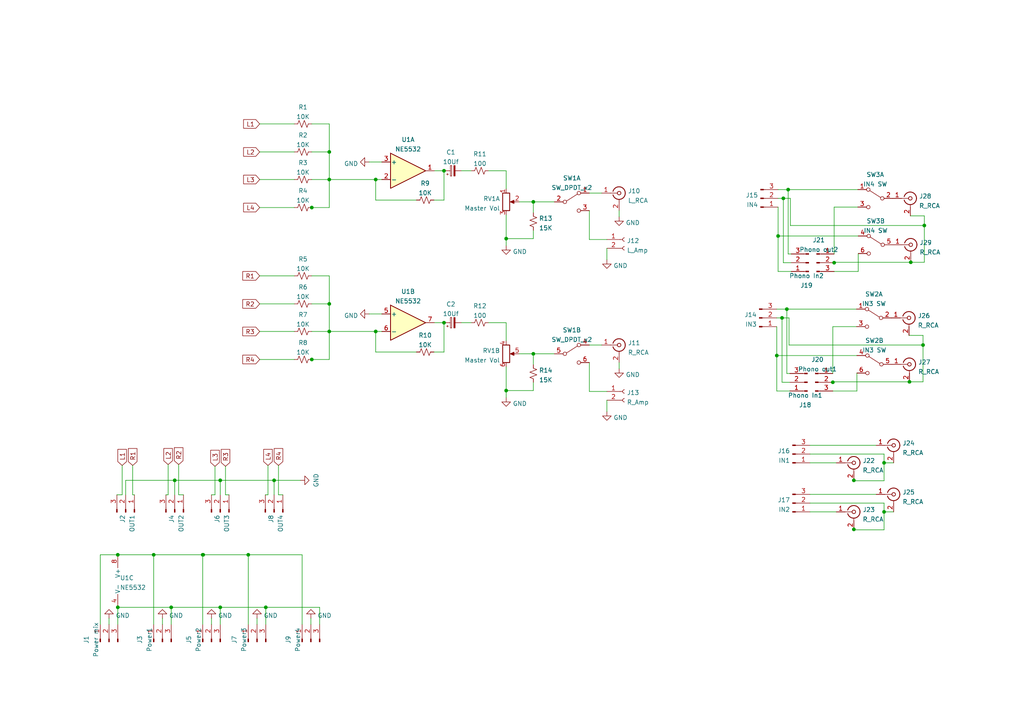
<source format=kicad_sch>
(kicad_sch (version 20211123) (generator eeschema)
  (paper "A4")
  (lib_symbols
    (symbol "Amplifier_Operational:NE5532" (pin_names (offset 0.127))
      (property "Reference" "U" (at 0 5.08 0))
      (property "Value" "NE5532" (at 0 -5.08 0))
      (symbol "NE5532_1_1"
        (polyline (pts (xy -5.08 5.08) (xy 5.08 0) (xy -5.08 -5.08) (xy -5.08 5.08)) (stroke (width 0.254)) (fill (type background)))
        (pin output line (at 7.62 0 180) (length 2.54) (name "~") (number "1"))
        (pin input line (at -7.62 -2.54 0) (length 2.54) (name "-") (number "2"))
        (pin input line (at -7.62 2.54 0) (length 2.54) (name "+") (number "3"))
      )
      (symbol "NE5532_2_1"
        (polyline (pts (xy -5.08 5.08) (xy 5.08 0) (xy -5.08 -5.08) (xy -5.08 5.08)) (stroke (width 0.254)) (fill (type background)))
        (pin input line (at -7.62 2.54 0) (length 2.54) (name "+") (number "5"))
        (pin input line (at -7.62 -2.54 0) (length 2.54) (name "-") (number "6"))
        (pin output line (at 7.62 0 180) (length 2.54) (name "~") (number "7"))
      )
      (symbol "NE5532_3_1"
        (pin power_in line (at -2.54 -7.62 90) (length 3.81) (name "V-") (number "4"))
        (pin power_in line (at -2.54 7.62 270) (length 3.81) (name "V+") (number "8"))
      )
    )
    (symbol "Connector:Conn_01x02_Female" (pin_names (offset 1.016) hide)
      (property "Reference" "J" (at 0 2.54 0))
      (property "Value" "Conn_01x02_Female" (at 0 -5.08 0))
      (symbol "Conn_01x02_Female_1_1"
        (arc (start 0 -2.032) (mid -0.508 -2.54) (end 0 -3.048) (stroke (width 0.1524)))
        (polyline (pts (xy -1.27 -2.54) (xy -0.508 -2.54)) (stroke (width 0.1524)))
        (polyline (pts (xy -1.27 0) (xy -0.508 0)) (stroke (width 0.1524)))
        (arc (start 0 0.508) (mid -0.508 0) (end 0 -0.508) (stroke (width 0.1524)))
        (pin passive line (at -5.08 0 0) (length 3.81) (name "Pin_1") (number "1"))
        (pin passive line (at -5.08 -2.54 0) (length 3.81) (name "Pin_2") (number "2"))
      )
    )
    (symbol "Connector:Conn_01x03_Male" (pin_names (offset 1.016) hide)
      (property "Reference" "J" (at 0 5.08 0))
      (property "Value" "Conn_01x03_Male" (at 0 -5.08 0))
      (symbol "Conn_01x03_Male_1_1"
        (polyline (pts (xy 1.27 -2.54) (xy 0.8636 -2.54)) (stroke (width 0.1524)))
        (polyline (pts (xy 1.27 0) (xy 0.8636 0)) (stroke (width 0.1524)))
        (polyline (pts (xy 1.27 2.54) (xy 0.8636 2.54)) (stroke (width 0.1524)))
        (rectangle (start 0.8636 -2.413) (end 0 -2.667) (stroke (width 0.1524)) (fill (type outline)))
        (rectangle (start 0.8636 0.127) (end 0 -0.127) (stroke (width 0.1524)) (fill (type outline)))
        (rectangle (start 0.8636 2.667) (end 0 2.413) (stroke (width 0.1524)) (fill (type outline)))
        (pin passive line (at 5.08 2.54 180) (length 3.81) (name "Pin_1") (number "1"))
        (pin passive line (at 5.08 0 180) (length 3.81) (name "Pin_2") (number "2"))
        (pin passive line (at 5.08 -2.54 180) (length 3.81) (name "Pin_3") (number "3"))
      )
    )
    (symbol "Connector:Conn_Coaxial" (pin_names (offset 1.016) hide)
      (property "Reference" "J" (at 0.254 3.048 0))
      (property "Value" "Conn_Coaxial" (at 2.921 0 90))
      (symbol "Conn_Coaxial_0_1"
        (arc (start -1.778 -0.508) (mid 0.222 -1.808) (end 1.778 0) (stroke (width 0.254)))
        (polyline (pts (xy -2.54 0) (xy -0.508 0)))
        (polyline (pts (xy 0 -2.54) (xy 0 -1.778)))
        (circle (center 0 0) (radius 0.508) (stroke (width 0.2032)))
        (arc (start 1.778 0) (mid 0.222 1.8083) (end -1.778 0.508) (stroke (width 0.254)))
      )
      (symbol "Conn_Coaxial_1_1"
        (pin passive line (at -5.08 0 0) (length 2.54) (name "In") (number "1"))
        (pin passive line (at 0 -5.08 90) (length 2.54) (name "Ext") (number "2"))
      )
    )
    (symbol "Device:C_Polarized_Small" (pin_numbers hide) (pin_names (offset 0.254) hide)
      (property "Reference" "C" (at 0.254 1.778 0))
      (property "Value" "C_Polarized_Small" (at 0.254 -2.032 0))
      (symbol "C_Polarized_Small_0_1"
        (rectangle (start -1.524 -0.3048) (end 1.524 -0.6858) (fill (type outline)))
        (rectangle (start -1.524 0.6858) (end 1.524 0.3048))
        (polyline (pts (xy -1.27 1.524) (xy -0.762 1.524)))
        (polyline (pts (xy -1.016 1.27) (xy -1.016 1.778)))
      )
      (symbol "C_Polarized_Small_1_1"
        (pin passive line (at 0 2.54 270) (length 1.8542) (name "~") (number "1"))
        (pin passive line (at 0 -2.54 90) (length 1.8542) (name "~") (number "2"))
      )
    )
    (symbol "Device:R_Potentiometer_Dual_Separate" (pin_names (offset 1.016) hide)
      (property "Reference" "RV" (at -4.445 0 90))
      (property "Value" "R_Potentiometer_Dual_Separate" (at -2.54 0 90))
      (symbol "R_Potentiometer_Dual_Separate_0_1"
        (polyline (pts (xy 2.54 0) (xy 1.524 0)))
        (polyline (pts (xy 1.143 0) (xy 2.286 0.508) (xy 2.286 -0.508) (xy 1.143 0)) (fill (type outline)))
        (rectangle (start 1.016 2.54) (end -1.016 -2.54) (stroke (width 0.254)))
      )
      (symbol "R_Potentiometer_Dual_Separate_1_1"
        (pin passive line (at 0 3.81 270) (length 1.27) (name "1") (number "1"))
        (pin passive line (at 3.81 0 180) (length 1.27) (name "2") (number "2"))
        (pin passive line (at 0 -3.81 90) (length 1.27) (name "3") (number "3"))
      )
      (symbol "R_Potentiometer_Dual_Separate_2_1"
        (pin passive line (at 0 3.81 270) (length 1.27) (name "4") (number "4"))
        (pin passive line (at 3.81 0 180) (length 1.27) (name "5") (number "5"))
        (pin passive line (at 0 -3.81 90) (length 1.27) (name "6") (number "6"))
      )
    )
    (symbol "Device:R_Small_US" (pin_numbers hide) (pin_names (offset 0.254) hide)
      (property "Reference" "R" (at 0.762 0.508 0))
      (property "Value" "R_Small_US" (at 0.762 -1.016 0))
      (symbol "R_Small_US_1_1"
        (polyline (pts (xy 0 0) (xy 1.016 -0.381) (xy 0 -0.762) (xy -1.016 -1.143) (xy 0 -1.524)))
        (polyline (pts (xy 0 1.524) (xy 1.016 1.143) (xy 0 0.762) (xy -1.016 0.381) (xy 0 0)))
        (pin passive line (at 0 2.54 270) (length 1.016) (name "~") (number "1"))
        (pin passive line (at 0 -2.54 90) (length 1.016) (name "~") (number "2"))
      )
    )
    (symbol "Switch:SW_DPDT_x2" (pin_names (offset 0) hide)
      (property "Reference" "SW" (at 0 4.318 0))
      (property "Value" "SW_DPDT_x2" (at 0 -5.08 0))
      (symbol "SW_DPDT_x2_0_0"
        (circle (center -2.032 0) (radius 0.508))
        (circle (center 2.032 -2.54) (radius 0.508))
      )
      (symbol "SW_DPDT_x2_0_1"
        (polyline (pts (xy -1.524 0.254) (xy 1.651 2.286)))
        (circle (center 2.032 2.54) (radius 0.508))
      )
      (symbol "SW_DPDT_x2_1_1"
        (pin passive line (at 5.08 2.54 180) (length 2.54) (name "A") (number "1"))
        (pin passive line (at -5.08 0 0) (length 2.54) (name "B") (number "2"))
        (pin passive line (at 5.08 -2.54 180) (length 2.54) (name "C") (number "3"))
      )
      (symbol "SW_DPDT_x2_2_1"
        (pin passive line (at 5.08 2.54 180) (length 2.54) (name "A") (number "4"))
        (pin passive line (at -5.08 0 0) (length 2.54) (name "B") (number "5"))
        (pin passive line (at 5.08 -2.54 180) (length 2.54) (name "C") (number "6"))
      )
    )
    (symbol "power:GND" (power) (pin_names (offset 0))
      (property "Value" "GND" (at 0 -3.81 0))
      (symbol "GND_0_1"
        (polyline (pts (xy 0 0) (xy 0 -1.27) (xy 1.27 -1.27) (xy 0 -2.54) (xy -1.27 -1.27) (xy 0 -1.27)))
      )
      (symbol "GND_1_1"
        (pin power_in line (at 0 0 270) (length 0) hide (name "GND") (number "1"))
      )
    )
  )
  (junction (at 225.298 103.124))
  (junction (at 63.881 176.149))
  (junction (at 58.801 160.909))
  (junction (at 108.966 52.07))
  (junction (at 90.424 60.198))
  (junction (at 154.686 102.616))
  (junction (at 95.504 52.07))
  (junction (at 63.881 139.319))
  (junction (at 79.502 139.319))
  (junction (at 241.935 76.2))
  (junction (at 72.009 160.909))
  (junction (at 247.65 139.319))
  (junction (at 247.65 153.543))
  (junction (at 58.928 160.909))
  (junction (at 95.504 44.069))
  (junction (at 50.673 139.319))
  (junction (at 95.504 88.138))
  (junction (at 128.778 93.599))
  (junction (at 49.657 176.149))
  (junction (at 226.822 92.202))
  (junction (at 146.812 113.284))
  (junction (at 34.163 160.909))
  (junction (at 267.716 100.076))
  (junction (at 34.163 176.149))
  (junction (at 128.778 49.53))
  (junction (at 268.097 65.405))
  (junction (at 44.577 160.909))
  (junction (at 263.779 110.744))
  (junction (at 228.219 89.662))
  (junction (at 77.089 176.149))
  (junction (at 108.966 96.139))
  (junction (at 264.16 76.073))
  (junction (at 228.6 54.991))
  (junction (at 256.413 148.463))
  (junction (at 225.679 68.453))
  (junction (at 227.203 57.531))
  (junction (at 90.424 104.267))
  (junction (at 241.554 110.871))
  (junction (at 154.686 58.547))
  (junction (at 146.812 69.215))
  (junction (at 256.413 134.239))
  (junction (at 95.504 96.139))
  (wire (pts (xy 90.424 60.198) (xy 95.504 60.198)))
  (wire (pts (xy 90.297 104.267) (xy 90.424 104.267)))
  (wire (pts (xy 176.022 72.009) (xy 176.022 75.311)))
  (wire (pts (xy 228.6 54.991) (xy 248.793 54.991)))
  (wire (pts (xy 35.433 135.001) (xy 35.433 143.51)))
  (wire (pts (xy 146.812 69.215) (xy 146.812 71.247)))
  (wire (pts (xy 95.504 80.01) (xy 95.504 88.138)))
  (wire (pts (xy 154.686 102.616) (xy 154.686 105.791)))
  (wire (pts (xy 256.413 153.67) (xy 247.65 153.67)))
  (wire (pts (xy 228.854 100.076) (xy 228.854 92.202)))
  (wire (pts (xy 263.779 110.744) (xy 241.554 110.744)))
  (wire (pts (xy 154.686 58.547) (xy 160.782 58.547)))
  (wire (pts (xy 241.554 110.744) (xy 241.554 110.871)))
  (wire (pts (xy 72.009 181.102) (xy 72.009 160.909)))
  (wire (pts (xy 90.17 179.324) (xy 90.17 181.102)))
  (wire (pts (xy 234.95 143.383) (xy 254.127 143.383)))
  (wire (pts (xy 108.966 58.039) (xy 108.966 52.07)))
  (wire (pts (xy 34.163 176.149) (xy 34.163 181.102)))
  (wire (pts (xy 90.424 35.941) (xy 95.504 35.941)))
  (wire (pts (xy 31.623 179.324) (xy 31.623 181.102)))
  (wire (pts (xy 75.311 88.138) (xy 85.344 88.138)))
  (wire (pts (xy 125.857 58.039) (xy 128.778 58.039)))
  (wire (pts (xy 29.083 160.909) (xy 34.163 160.909)))
  (wire (pts (xy 234.95 148.463) (xy 242.57 148.463)))
  (wire (pts (xy 150.622 102.616) (xy 154.686 102.616)))
  (wire (pts (xy 95.504 35.941) (xy 95.504 44.069)))
  (wire (pts (xy 62.357 135.255) (xy 62.357 143.51)))
  (wire (pts (xy 264.16 76.073) (xy 241.935 76.073)))
  (wire (pts (xy 58.801 160.909) (xy 44.577 160.909)))
  (wire (pts (xy 256.413 145.923) (xy 256.413 148.463)))
  (wire (pts (xy 75.311 60.198) (xy 85.344 60.198)))
  (wire (pts (xy 268.097 76.073) (xy 264.16 76.073)))
  (wire (pts (xy 90.424 44.069) (xy 95.504 44.069)))
  (wire (pts (xy 229.235 65.405) (xy 229.235 57.531)))
  (wire (pts (xy 87.63 181.102) (xy 87.63 160.909)))
  (wire (pts (xy 95.504 44.069) (xy 95.504 52.07)))
  (wire (pts (xy 247.65 139.446) (xy 247.65 139.319)))
  (wire (pts (xy 90.424 96.139) (xy 95.504 96.139)))
  (wire (pts (xy 229.489 73.66) (xy 228.6 73.66)))
  (wire (pts (xy 150.622 58.547) (xy 154.686 58.547)))
  (wire (pts (xy 44.577 181.102) (xy 44.577 160.909)))
  (wire (pts (xy 146.812 106.426) (xy 146.812 113.284)))
  (wire (pts (xy 128.778 93.599) (xy 128.778 102.108)))
  (wire (pts (xy 36.449 139.319) (xy 36.449 143.51)))
  (wire (pts (xy 65.405 143.51) (xy 66.421 143.51)))
  (wire (pts (xy 65.405 135.255) (xy 65.405 143.51)))
  (wire (pts (xy 92.71 176.149) (xy 77.089 176.149)))
  (wire (pts (xy 176.022 116.078) (xy 176.022 119.38)))
  (wire (pts (xy 62.357 143.51) (xy 61.341 143.51)))
  (wire (pts (xy 225.679 54.991) (xy 228.6 54.991)))
  (wire (pts (xy 227.203 57.531) (xy 229.235 57.531)))
  (wire (pts (xy 50.673 143.51) (xy 50.673 139.319)))
  (wire (pts (xy 264.033 62.611) (xy 268.097 62.611)))
  (wire (pts (xy 77.089 181.102) (xy 77.089 176.149)))
  (wire (pts (xy 95.504 96.139) (xy 108.966 96.139)))
  (wire (pts (xy 133.858 93.599) (xy 136.652 93.599)))
  (wire (pts (xy 154.686 113.284) (xy 146.812 113.284)))
  (wire (pts (xy 125.984 49.53) (xy 128.778 49.53)))
  (wire (pts (xy 51.816 143.51) (xy 53.213 143.51)))
  (wire (pts (xy 241.554 108.331) (xy 241.554 94.742)))
  (wire (pts (xy 141.732 49.53) (xy 146.812 49.53)))
  (wire (pts (xy 49.657 181.102) (xy 49.657 176.149)))
  (wire (pts (xy 77.089 176.149) (xy 63.881 176.149)))
  (wire (pts (xy 79.502 139.319) (xy 63.881 139.319)))
  (wire (pts (xy 107.061 91.059) (xy 110.744 91.059)))
  (wire (pts (xy 90.424 88.138) (xy 95.504 88.138)))
  (wire (pts (xy 90.424 52.07) (xy 95.504 52.07)))
  (wire (pts (xy 241.554 94.742) (xy 248.412 94.742)))
  (wire (pts (xy 146.812 62.357) (xy 146.812 69.215)))
  (wire (pts (xy 234.95 131.699) (xy 256.413 131.699)))
  (wire (pts (xy 141.732 93.599) (xy 146.812 93.599)))
  (wire (pts (xy 256.413 139.446) (xy 247.65 139.446)))
  (wire (pts (xy 256.413 148.463) (xy 256.413 153.67)))
  (wire (pts (xy 95.504 96.139) (xy 95.504 104.267)))
  (wire (pts (xy 48.768 143.51) (xy 48.133 143.51)))
  (wire (pts (xy 226.822 92.202) (xy 228.854 92.202)))
  (wire (pts (xy 77.724 135.001) (xy 77.724 143.51)))
  (wire (pts (xy 58.801 181.102) (xy 58.801 160.909)))
  (wire (pts (xy 179.578 105.156) (xy 179.578 106.934)))
  (wire (pts (xy 44.577 160.909) (xy 34.163 160.909)))
  (wire (pts (xy 75.311 104.267) (xy 85.344 104.267)))
  (wire (pts (xy 241.554 113.411) (xy 248.539 113.411)))
  (wire (pts (xy 226.822 110.871) (xy 226.822 92.202)))
  (wire (pts (xy 256.413 131.699) (xy 256.413 134.239)))
  (wire (pts (xy 108.966 96.139) (xy 110.744 96.139)))
  (wire (pts (xy 154.686 69.215) (xy 146.812 69.215)))
  (wire (pts (xy 267.716 100.076) (xy 228.854 100.076)))
  (wire (pts (xy 225.298 103.124) (xy 248.539 103.124)))
  (wire (pts (xy 179.578 61.087) (xy 179.578 62.865)))
  (wire (pts (xy 63.881 139.319) (xy 50.673 139.319)))
  (wire (pts (xy 75.311 96.139) (xy 85.344 96.139)))
  (wire (pts (xy 80.772 135.001) (xy 80.772 143.51)))
  (wire (pts (xy 234.95 134.239) (xy 242.57 134.239)))
  (wire (pts (xy 170.942 113.538) (xy 176.022 113.538)))
  (wire (pts (xy 95.504 88.138) (xy 95.504 96.139)))
  (wire (pts (xy 63.881 176.149) (xy 49.657 176.149)))
  (wire (pts (xy 38.481 143.51) (xy 38.989 143.51)))
  (wire (pts (xy 133.858 49.53) (xy 136.652 49.53)))
  (wire (pts (xy 256.413 134.239) (xy 256.413 139.446)))
  (wire (pts (xy 49.657 176.149) (xy 34.163 176.149)))
  (wire (pts (xy 75.311 80.01) (xy 85.344 80.01)))
  (wire (pts (xy 256.413 134.239) (xy 259.207 134.239)))
  (wire (pts (xy 95.504 52.07) (xy 108.966 52.07)))
  (wire (pts (xy 241.935 73.66) (xy 241.935 60.071)))
  (wire (pts (xy 47.117 179.324) (xy 47.117 181.102)))
  (wire (pts (xy 170.942 56.007) (xy 174.498 56.007)))
  (wire (pts (xy 61.341 179.324) (xy 61.341 181.102)))
  (wire (pts (xy 170.942 61.087) (xy 170.942 69.469)))
  (wire (pts (xy 247.65 153.67) (xy 247.65 153.543)))
  (wire (pts (xy 225.298 92.202) (xy 226.822 92.202)))
  (wire (pts (xy 170.942 105.156) (xy 170.942 113.538)))
  (wire (pts (xy 225.679 60.071) (xy 225.679 68.453)))
  (wire (pts (xy 146.812 113.284) (xy 146.812 115.316)))
  (wire (pts (xy 74.549 179.324) (xy 74.549 181.102)))
  (wire (pts (xy 154.686 58.547) (xy 154.686 61.722)))
  (wire (pts (xy 75.311 35.941) (xy 85.344 35.941)))
  (wire (pts (xy 75.311 44.069) (xy 85.344 44.069)))
  (wire (pts (xy 225.298 94.742) (xy 225.298 103.124)))
  (wire (pts (xy 267.716 110.744) (xy 263.779 110.744)))
  (wire (pts (xy 120.777 58.039) (xy 108.966 58.039)))
  (wire (pts (xy 241.935 60.071) (xy 248.793 60.071)))
  (wire (pts (xy 120.777 102.108) (xy 108.966 102.108)))
  (wire (pts (xy 225.679 78.74) (xy 225.679 68.453)))
  (wire (pts (xy 50.673 139.319) (xy 36.449 139.319)))
  (wire (pts (xy 234.95 129.159) (xy 254.127 129.159)))
  (wire (pts (xy 90.424 104.267) (xy 95.504 104.267)))
  (wire (pts (xy 108.966 52.07) (xy 110.744 52.07)))
  (wire (pts (xy 229.489 78.74) (xy 225.679 78.74)))
  (wire (pts (xy 146.812 49.53) (xy 146.812 54.737)))
  (wire (pts (xy 51.816 134.747) (xy 51.816 143.51)))
  (wire (pts (xy 226.822 110.871) (xy 229.108 110.871)))
  (wire (pts (xy 241.935 76.073) (xy 241.935 76.2)))
  (wire (pts (xy 90.424 80.01) (xy 95.504 80.01)))
  (wire (pts (xy 263.652 97.282) (xy 267.716 97.282)))
  (wire (pts (xy 63.881 143.51) (xy 63.881 139.319)))
  (wire (pts (xy 125.857 102.108) (xy 128.778 102.108)))
  (wire (pts (xy 225.298 113.411) (xy 225.298 103.124)))
  (wire (pts (xy 170.942 69.469) (xy 176.022 69.469)))
  (wire (pts (xy 95.504 52.07) (xy 95.504 60.198)))
  (wire (pts (xy 268.097 62.611) (xy 268.097 65.405)))
  (wire (pts (xy 80.772 143.51) (xy 82.042 143.51)))
  (wire (pts (xy 225.679 68.453) (xy 248.92 68.453)))
  (wire (pts (xy 267.716 100.076) (xy 267.716 110.744)))
  (wire (pts (xy 268.097 65.405) (xy 268.097 76.073)))
  (wire (pts (xy 267.716 97.282) (xy 267.716 100.076)))
  (wire (pts (xy 229.108 108.331) (xy 228.219 108.331)))
  (wire (pts (xy 58.928 160.909) (xy 72.009 160.909)))
  (wire (pts (xy 92.71 181.102) (xy 92.71 176.149)))
  (wire (pts (xy 170.942 100.076) (xy 174.498 100.076)))
  (wire (pts (xy 125.984 93.599) (xy 128.778 93.599)))
  (wire (pts (xy 227.203 76.2) (xy 229.489 76.2)))
  (wire (pts (xy 256.413 148.463) (xy 259.207 148.463)))
  (wire (pts (xy 79.502 143.51) (xy 79.502 139.319)))
  (wire (pts (xy 29.083 181.102) (xy 29.083 160.909)))
  (wire (pts (xy 38.481 135.001) (xy 38.481 143.51)))
  (wire (pts (xy 72.009 160.909) (xy 87.63 160.909)))
  (wire (pts (xy 77.724 143.51) (xy 76.962 143.51)))
  (wire (pts (xy 107.061 46.99) (xy 110.744 46.99)))
  (wire (pts (xy 154.686 102.616) (xy 160.782 102.616)))
  (wire (pts (xy 35.433 143.51) (xy 33.909 143.51)))
  (wire (pts (xy 48.768 134.747) (xy 48.768 143.51)))
  (wire (pts (xy 87.122 139.319) (xy 79.502 139.319)))
  (wire (pts (xy 154.686 110.871) (xy 154.686 113.284)))
  (wire (pts (xy 241.935 78.74) (xy 248.92 78.74)))
  (wire (pts (xy 228.219 89.662) (xy 248.412 89.662)))
  (wire (pts (xy 225.298 89.662) (xy 228.219 89.662)))
  (wire (pts (xy 227.203 76.2) (xy 227.203 57.531)))
  (wire (pts (xy 146.812 93.599) (xy 146.812 98.806)))
  (wire (pts (xy 90.297 60.198) (xy 90.424 60.198)))
  (wire (pts (xy 228.219 89.662) (xy 228.219 108.331)))
  (wire (pts (xy 108.966 102.108) (xy 108.966 96.139)))
  (wire (pts (xy 63.881 181.102) (xy 63.881 176.149)))
  (wire (pts (xy 268.097 65.405) (xy 229.235 65.405)))
  (wire (pts (xy 154.686 66.802) (xy 154.686 69.215)))
  (wire (pts (xy 225.679 57.531) (xy 227.203 57.531)))
  (wire (pts (xy 234.95 145.923) (xy 256.413 145.923)))
  (wire (pts (xy 248.92 78.74) (xy 248.92 73.533)))
  (wire (pts (xy 248.539 113.411) (xy 248.539 108.204)))
  (wire (pts (xy 228.6 54.991) (xy 228.6 73.66)))
  (wire (pts (xy 229.108 113.411) (xy 225.298 113.411)))
  (wire (pts (xy 75.311 52.07) (xy 85.344 52.07)))
  (wire (pts (xy 128.778 49.53) (xy 128.778 58.039)))
  (global_label "L3" (shape input) (at 62.357 135.255 90) (property "Intersheet References" "${INTERSHEET_REFS}" (effects hide)))
  (global_label "L3" (shape input) (at 75.311 52.07 180) (property "Intersheet References" "${INTERSHEET_REFS}" (effects hide)))
  (global_label "R1" (shape input) (at 75.311 80.01 180) (property "Intersheet References" "${INTERSHEET_REFS}" (effects hide)))
  (global_label "L2" (shape input) (at 75.311 44.069 180) (property "Intersheet References" "${INTERSHEET_REFS}" (effects hide)))
  (global_label "L1" (shape input) (at 75.311 35.941 180) (property "Intersheet References" "${INTERSHEET_REFS}" (effects hide)))
  (global_label "R1" (shape input) (at 38.481 135.001 90) (property "Intersheet References" "${INTERSHEET_REFS}" (effects hide)))
  (global_label "L2" (shape input) (at 48.768 134.747 90) (property "Intersheet References" "${INTERSHEET_REFS}" (effects hide)))
  (global_label "R3" (shape input) (at 65.405 135.255 90) (property "Intersheet References" "${INTERSHEET_REFS}" (effects hide)))
  (global_label "L4" (shape input) (at 75.311 60.198 180) (property "Intersheet References" "${INTERSHEET_REFS}" (effects hide)))
  (global_label "R3" (shape input) (at 75.311 96.139 180) (property "Intersheet References" "${INTERSHEET_REFS}" (effects hide)))
  (global_label "R2" (shape input) (at 75.311 88.138 180) (property "Intersheet References" "${INTERSHEET_REFS}" (effects hide)))
  (global_label "L4" (shape input) (at 77.724 135.001 90) (property "Intersheet References" "${INTERSHEET_REFS}" (effects hide)))
  (global_label "R4" (shape input) (at 80.772 135.001 90) (property "Intersheet References" "${INTERSHEET_REFS}" (effects hide)))
  (global_label "L1" (shape input) (at 35.433 135.001 90) (property "Intersheet References" "${INTERSHEET_REFS}" (effects hide)))
  (global_label "R2" (shape input) (at 51.816 134.747 90) (property "Intersheet References" "${INTERSHEET_REFS}" (effects hide)))
  (global_label "R4" (shape input) (at 75.311 104.267 180) (property "Intersheet References" "${INTERSHEET_REFS}" (effects hide)))
  (symbol (lib_id "Connector:Conn_01x02_Female") (at 181.102 113.538 0) (unit 1)
    (property "Reference" "J13" (at 181.8132 113.8995 0) (effects (justify left)))
    (property "Value" "R_Amp" (at 181.8132 116.6746 0) (effects (justify left)))
    (property "Footprint" "Connector_JST:JST_EH_B2B-EH-A_1x02_P2.50mm_Vertical" (effects hide))
  )
  (symbol (lib_id "Connector:Conn_01x03_Male") (at 36.449 148.59 270) (mirror x) (unit 1)
    (property "Reference" "J2" (at 35.5405 149.3011 0) (effects (justify right)))
    (property "Value" "OUT1" (at 38.3156 149.3011 0) (effects (justify right)))
    (property "Footprint" "Connector_JST:JST_EH_B3B-EH-A_1x03_P2.50mm_Vertical" (effects hide))
  )
  (symbol (lib_id "Connector:Conn_Coaxial") (at 264.16 70.993 0) (unit 1)
    (property "Reference" "J29" (at 266.7 70.3777 0) (effects (justify left)))
    (property "Value" "R_RCA" (at 266.7 73.1528 0) (effects (justify left)))
    (property "Footprint" "Custom Library:RCA PANEL 2PIN FOOTPRINT" (effects hide))
    (property "Datasheet" " ~" (effects hide))
  )
  (symbol (lib_id "Connector:Conn_01x03_Male") (at 50.673 148.59 270) (mirror x) (unit 1)
    (property "Reference" "J4" (at 49.7645 149.3011 0) (effects (justify right)))
    (property "Value" "OUT2" (at 52.5396 149.3011 0) (effects (justify right)))
    (property "Footprint" "Connector_JST:JST_EH_B3B-EH-A_1x03_P2.50mm_Vertical" (effects hide))
  )
  (symbol (lib_id "power:GND") (at 107.061 46.99 270) (unit 1)
    (property "Reference" "#PWR0106" (effects hide))
    (property "Value" "GND" (at 103.8861 47.469 90) (effects (justify right)))
  )
  (symbol (lib_id "Connector:Conn_Coaxial") (at 247.65 148.463 0) (unit 1)
    (property "Reference" "J23" (at 250.19 147.8477 0) (effects (justify left)))
    (property "Value" "R_RCA" (at 250.19 150.6228 0) (effects (justify left)))
    (property "Footprint" "Custom Library:RCA PANEL 2PIN FOOTPRINT" (effects hide))
    (property "Datasheet" " ~" (effects hide))
  )
  (symbol (lib_id "Device:R_Small_US") (at 87.884 88.138 90) (unit 1)
    (property "Reference" "R6" (at 87.884 83.2825 90))
    (property "Value" "10K" (at 87.884 86.0576 90))
    (property "Footprint" "Resistor_SMD:R_1210_3225Metric" (effects hide))
  )
  (symbol (lib_id "power:GND") (at 176.022 75.311 0) (unit 1)
    (property "Reference" "#PWR0103" (effects hide))
    (property "Value" "GND" (at 177.927 77.06 0) (effects (justify left)))
  )
  (symbol (lib_id "power:GND") (at 74.549 179.324 180) (unit 1)
    (property "Reference" "#PWR0112" (effects hide))
    (property "Value" "GND" (at 76.454 178.533 0) (effects (justify right)))
  )
  (symbol (lib_id "power:GND") (at 146.812 71.247 0) (unit 1)
    (property "Reference" "#PWR0104" (effects hide))
    (property "Value" "GND" (at 148.717 72.996 0) (effects (justify left)))
  )
  (symbol (lib_id "Connector:Conn_01x03_Male") (at 79.502 148.59 270) (mirror x) (unit 1)
    (property "Reference" "J8" (at 78.5935 149.3011 0) (effects (justify right)))
    (property "Value" "OUT4" (at 81.3686 149.3011 0) (effects (justify right)))
    (property "Footprint" "Connector_JST:JST_EH_B3B-EH-A_1x03_P2.50mm_Vertical" (effects hide))
  )
  (symbol (lib_id "Connector:Conn_01x03_Male") (at 47.117 186.182 90) (unit 1)
    (property "Reference" "J3" (at 40.5343 185.547 0))
    (property "Value" "Power1" (at 43.3094 185.547 0))
    (property "Footprint" "Connector_JST:JST_EH_B3B-EH-A_1x03_P2.50mm_Vertical" (effects hide))
  )
  (symbol (lib_id "Device:R_Potentiometer_Dual_Separate") (at 146.812 58.547 0) (unit 1)
    (property "Reference" "RV1" (at 145.0341 57.6385 0) (effects (justify right)))
    (property "Value" "Master Vol" (at 145.0341 60.4136 0) (effects (justify right)))
    (property "Footprint" "Custom Library:ALPS RS60112" (effects hide))
  )
  (symbol (lib_id "Connector:Conn_01x03_Male") (at 61.341 186.182 90) (unit 1)
    (property "Reference" "J5" (at 54.7583 185.547 0))
    (property "Value" "Power2" (at 57.5334 185.547 0))
    (property "Footprint" "Connector_JST:JST_EH_B3B-EH-A_1x03_P2.50mm_Vertical" (effects hide))
  )
  (symbol (lib_id "Amplifier_Operational:NE5532") (at 36.703 168.529 0) (unit 3)
    (property "Reference" "U1" (at 34.798 167.6205 0) (effects (justify left)))
    (property "Value" "NE5532" (at 34.798 170.3956 0) (effects (justify left)))
    (property "Footprint" "Package_DIP:DIP-8_W7.62mm_Socket_LongPads" (effects hide))
    (property "Datasheet" "http://www.ti.com/lit/ds/symlink/ne5532.pdf" (effects hide))
  )
  (symbol (lib_id "Device:R_Small_US") (at 154.686 108.331 180) (unit 1)
    (property "Reference" "R14" (at 156.337 107.4225 0) (effects (justify right)))
    (property "Value" "15K" (at 156.337 110.1976 0) (effects (justify right)))
    (property "Footprint" "Resistor_SMD:R_1210_3225Metric" (effects hide))
  )
  (symbol (lib_id "Connector:Conn_01x03_Male") (at 220.599 57.531 0) (mirror x) (unit 1)
    (property "Reference" "J15" (at 219.8878 56.6225 0) (effects (justify right)))
    (property "Value" "IN4" (at 219.8878 59.3976 0) (effects (justify right)))
    (property "Footprint" "Connector_JST:JST_EH_B3B-EH-A_1x03_P2.50mm_Vertical" (effects hide))
  )
  (symbol (lib_id "Device:R_Small_US") (at 154.686 64.262 180) (unit 1)
    (property "Reference" "R13" (at 156.337 63.3535 0) (effects (justify right)))
    (property "Value" "15K" (at 156.337 66.1286 0) (effects (justify right)))
    (property "Footprint" "Resistor_SMD:R_1210_3225Metric" (effects hide))
  )
  (symbol (lib_id "Connector:Conn_01x03_Male") (at 229.87 145.923 0) (mirror x) (unit 1)
    (property "Reference" "J17" (at 229.1588 145.0145 0) (effects (justify right)))
    (property "Value" "IN2" (at 229.1588 147.7896 0) (effects (justify right)))
    (property "Footprint" "Connector_JST:JST_EH_B3B-EH-A_1x03_P2.50mm_Vertical" (effects hide))
  )
  (symbol (lib_id "Device:R_Small_US") (at 87.884 80.01 90) (unit 1)
    (property "Reference" "R5" (at 87.884 75.1545 90))
    (property "Value" "10K" (at 87.884 77.9296 90))
    (property "Footprint" "Resistor_SMD:R_1210_3225Metric" (effects hide))
  )
  (symbol (lib_id "power:GND") (at 90.17 179.324 180) (unit 1)
    (property "Reference" "#PWR0113" (effects hide))
    (property "Value" "GND" (at 92.075 178.533 0) (effects (justify right)))
  )
  (symbol (lib_id "Switch:SW_DPDT_x2") (at 253.492 92.202 0) (mirror y) (unit 1)
    (property "Reference" "SW2" (at 253.492 85.3145 0))
    (property "Value" "IN3 SW" (at 253.492 88.0896 0))
    (property "Footprint" "Button_Switch_THT:SW_CuK_JS202011CQN_DPDT_Straight" (effects hide))
  )
  (symbol (lib_id "Device:R_Small_US") (at 87.884 52.07 90) (unit 1)
    (property "Reference" "R3" (at 87.884 47.2145 90))
    (property "Value" "10K" (at 87.884 49.9896 90))
    (property "Footprint" "Resistor_SMD:R_1210_3225Metric" (effects hide))
  )
  (symbol (lib_id "Device:R_Small_US") (at 87.884 96.139 90) (unit 1)
    (property "Reference" "R7" (at 87.884 91.2835 90))
    (property "Value" "10K" (at 87.884 94.0586 90))
    (property "Footprint" "Resistor_SMD:R_1210_3225Metric" (effects hide))
  )
  (symbol (lib_id "Connector:Conn_Coaxial") (at 179.578 100.076 0) (unit 1)
    (property "Reference" "J11" (at 182.118 99.4607 0) (effects (justify left)))
    (property "Value" "R_RCA" (at 182.118 102.2358 0) (effects (justify left)))
    (property "Footprint" "Custom Library:RCA PANEL 2PIN FOOTPRINT" (effects hide))
    (property "Datasheet" " ~" (effects hide))
  )
  (symbol (lib_id "power:GND") (at 47.117 179.324 180) (unit 1)
    (property "Reference" "#PWR0111" (effects hide))
    (property "Value" "GND" (at 49.022 178.533 0) (effects (justify right)))
  )
  (symbol (lib_id "Connector:Conn_01x03_Male") (at 74.549 186.182 90) (unit 1)
    (property "Reference" "J7" (at 67.9663 185.547 0))
    (property "Value" "Power3" (at 70.7414 185.547 0))
    (property "Footprint" "Connector_JST:JST_EH_B3B-EH-A_1x03_P2.50mm_Vertical" (effects hide))
  )
  (symbol (lib_id "Device:R_Small_US") (at 87.884 104.267 90) (unit 1)
    (property "Reference" "R8" (at 87.884 99.4115 90))
    (property "Value" "10K" (at 87.884 102.1866 90))
    (property "Footprint" "Resistor_SMD:R_1210_3225Metric" (effects hide))
  )
  (symbol (lib_id "Connector:Conn_Coaxial") (at 259.207 143.383 0) (unit 1)
    (property "Reference" "J25" (at 261.747 142.7677 0) (effects (justify left)))
    (property "Value" "R_RCA" (at 261.747 145.5428 0) (effects (justify left)))
    (property "Footprint" "Custom Library:RCA PANEL 2PIN FOOTPRINT" (effects hide))
    (property "Datasheet" " ~" (effects hide))
  )
  (symbol (lib_id "Connector:Conn_01x02_Female") (at 181.102 69.469 0) (unit 1)
    (property "Reference" "J12" (at 181.8132 69.8305 0) (effects (justify left)))
    (property "Value" "L_Amp" (at 181.8132 72.6056 0) (effects (justify left)))
    (property "Footprint" "Connector_JST:JST_EH_B2B-EH-A_1x02_P2.50mm_Vertical" (effects hide))
  )
  (symbol (lib_id "power:GND") (at 179.578 62.865 0) (unit 1)
    (property "Reference" "#PWR0102" (effects hide))
    (property "Value" "GND" (at 181.483 64.614 0) (effects (justify left)))
  )
  (symbol (lib_id "Device:C_Polarized_Small") (at 131.318 49.53 90) (unit 1)
    (property "Reference" "C1" (at 130.7719 44.1665 90))
    (property "Value" "10Uf" (at 130.7719 46.9416 90))
    (property "Footprint" "Capacitor_SMD:CP_Elec_6.3x5.4_Nichicon" (effects hide))
  )
  (symbol (lib_id "Device:R_Small_US") (at 87.884 60.198 90) (unit 1)
    (property "Reference" "R4" (at 87.884 55.3425 90))
    (property "Value" "10K" (at 87.884 58.1176 90))
    (property "Footprint" "Resistor_SMD:R_1210_3225Metric" (effects hide))
  )
  (symbol (lib_id "Connector:Conn_Coaxial") (at 259.207 129.159 0) (unit 1)
    (property "Reference" "J24" (at 261.747 128.5437 0) (effects (justify left)))
    (property "Value" "R_RCA" (at 261.747 131.3188 0) (effects (justify left)))
    (property "Footprint" "Custom Library:RCA PANEL 2PIN FOOTPRINT" (effects hide))
    (property "Datasheet" " ~" (effects hide))
  )
  (symbol (lib_id "power:GND") (at 31.623 179.324 180) (unit 1)
    (property "Reference" "#PWR0101" (effects hide))
    (property "Value" "GND" (at 33.528 178.533 0) (effects (justify right)))
  )
  (symbol (lib_id "Connector:Conn_Coaxial") (at 264.033 57.531 0) (unit 1)
    (property "Reference" "J28" (at 266.573 56.9157 0) (effects (justify left)))
    (property "Value" "R_RCA" (at 266.573 59.6908 0) (effects (justify left)))
    (property "Footprint" "Custom Library:RCA PANEL 2PIN FOOTPRINT" (effects hide))
    (property "Datasheet" " ~" (effects hide))
  )
  (symbol (lib_id "Connector:Conn_01x03_Male") (at 236.855 76.2 0) (unit 1)
    (property "Reference" "J21" (at 237.49 69.6173 0))
    (property "Value" "Phono out2" (at 237.49 72.3924 0))
    (property "Footprint" "Connector_JST:JST_EH_B3B-EH-A_1x03_P2.50mm_Vertical" (effects hide))
  )
  (symbol (lib_id "Connector:Conn_Coaxial") (at 247.65 134.239 0) (unit 1)
    (property "Reference" "J22" (at 250.19 133.6237 0) (effects (justify left)))
    (property "Value" "R_RCA" (at 250.19 136.3988 0) (effects (justify left)))
    (property "Footprint" "Custom Library:RCA PANEL 2PIN FOOTPRINT" (effects hide))
    (property "Datasheet" " ~" (effects hide))
  )
  (symbol (lib_id "power:GND") (at 146.812 115.316 0) (unit 1)
    (property "Reference" "#PWR0107" (effects hide))
    (property "Value" "GND" (at 148.717 117.065 0) (effects (justify left)))
  )
  (symbol (lib_id "Connector:Conn_Coaxial") (at 179.578 56.007 0) (unit 1)
    (property "Reference" "J10" (at 182.1181 55.3917 0) (effects (justify left)))
    (property "Value" "L_RCA" (at 182.1181 58.1668 0) (effects (justify left)))
    (property "Footprint" "Custom Library:RCA PANEL 2PIN FOOTPRINT" (effects hide))
    (property "Datasheet" " ~" (effects hide))
  )
  (symbol (lib_id "Connector:Conn_01x03_Male") (at 31.623 186.182 90) (unit 1)
    (property "Reference" "J1" (at 25.0403 185.547 0))
    (property "Value" "Power mix" (at 27.8154 185.547 0))
    (property "Footprint" "Connector_JST:JST_EH_B3B-EH-A_1x03_P2.50mm_Vertical" (effects hide))
  )
  (symbol (lib_id "power:GND") (at 107.061 91.059 270) (unit 1)
    (property "Reference" "#PWR0105" (effects hide))
    (property "Value" "GND" (at 103.8861 91.538 90) (effects (justify right)))
  )
  (symbol (lib_id "power:GND") (at 87.122 139.319 90) (unit 1)
    (property "Reference" "#PWR0114" (effects hide))
    (property "Value" "GND" (at 91.6845 139.319 0))
  )
  (symbol (lib_id "Device:R_Potentiometer_Dual_Separate") (at 146.812 102.616 0) (unit 2)
    (property "Reference" "RV1" (at 145.0341 101.7075 0) (effects (justify right)))
    (property "Value" "Master Vol" (at 145.0341 104.4826 0) (effects (justify right)))
    (property "Footprint" "Custom Library:ALPS RS60112" (effects hide))
  )
  (symbol (lib_id "Connector:Conn_Coaxial") (at 263.779 105.664 0) (unit 1)
    (property "Reference" "J27" (at 266.319 105.0487 0) (effects (justify left)))
    (property "Value" "R_RCA" (at 266.319 107.8238 0) (effects (justify left)))
    (property "Footprint" "Custom Library:RCA PANEL 2PIN FOOTPRINT" (effects hide))
    (property "Datasheet" " ~" (effects hide))
  )
  (symbol (lib_id "Switch:SW_DPDT_x2") (at 253.873 57.531 0) (mirror y) (unit 1)
    (property "Reference" "SW3" (at 253.873 50.6435 0))
    (property "Value" "IN4 SW" (at 253.873 53.4186 0))
    (property "Footprint" "Button_Switch_THT:SW_CuK_JS202011CQN_DPDT_Straight" (effects hide))
  )
  (symbol (lib_id "Switch:SW_DPDT_x2") (at 254 70.993 0) (mirror y) (unit 2)
    (property "Reference" "SW3" (at 254 64.1055 0))
    (property "Value" "IN4 SW" (at 254 66.8806 0))
    (property "Footprint" "Button_Switch_THT:SW_CuK_JS202011CQN_DPDT_Straight" (effects hide))
  )
  (symbol (lib_id "Device:R_Small_US") (at 87.884 35.941 90) (unit 1)
    (property "Reference" "R1" (at 87.884 31.0855 90))
    (property "Value" "10K" (at 87.884 33.8606 90))
    (property "Footprint" "Resistor_SMD:R_1210_3225Metric" (effects hide))
  )
  (symbol (lib_id "Connector:Conn_01x03_Male") (at 229.87 131.699 0) (mirror x) (unit 1)
    (property "Reference" "J16" (at 229.1588 130.7905 0) (effects (justify right)))
    (property "Value" "IN1" (at 229.1588 133.5656 0) (effects (justify right)))
    (property "Footprint" "Connector_JST:JST_EH_B3B-EH-A_1x03_P2.50mm_Vertical" (effects hide))
  )
  (symbol (lib_id "Device:R_Small_US") (at 123.317 58.039 90) (unit 1)
    (property "Reference" "R9" (at 123.317 53.1835 90))
    (property "Value" "10K" (at 123.317 55.9586 90))
    (property "Footprint" "Resistor_SMD:R_1210_3225Metric" (effects hide))
  )
  (symbol (lib_id "Switch:SW_DPDT_x2") (at 253.619 105.664 0) (mirror y) (unit 2)
    (property "Reference" "SW2" (at 253.619 98.7765 0))
    (property "Value" "IN3 SW" (at 253.619 101.5516 0))
    (property "Footprint" "Button_Switch_THT:SW_CuK_JS202011CQN_DPDT_Straight" (effects hide))
  )
  (symbol (lib_id "Device:C_Polarized_Small") (at 131.318 93.599 90) (unit 1)
    (property "Reference" "C2" (at 130.7719 88.2355 90))
    (property "Value" "10Uf" (at 130.7719 91.0106 90))
    (property "Footprint" "Capacitor_SMD:CP_Elec_6.3x5.4_Nichicon" (effects hide))
  )
  (symbol (lib_id "Connector:Conn_01x03_Male") (at 236.474 110.871 0) (unit 1)
    (property "Reference" "J20" (at 237.109 104.2883 0))
    (property "Value" "Phono out1" (at 237.109 107.0634 0))
    (property "Footprint" "Connector_JST:JST_EH_B3B-EH-A_1x03_P2.50mm_Vertical" (effects hide))
  )
  (symbol (lib_id "Connector:Conn_01x03_Male") (at 90.17 186.182 90) (unit 1)
    (property "Reference" "J9" (at 83.5873 185.547 0))
    (property "Value" "Power4" (at 86.3624 185.547 0))
    (property "Footprint" "Connector_JST:JST_EH_B3B-EH-A_1x03_P2.50mm_Vertical" (effects hide))
  )
  (symbol (lib_id "Switch:SW_DPDT_x2") (at 165.862 102.616 0) (unit 2)
    (property "Reference" "SW1" (at 165.862 95.7285 0))
    (property "Value" "SW_DPDT_x2" (at 165.862 98.5036 0))
    (property "Footprint" "Button_Switch_THT:SW_CuK_JS202011CQN_DPDT_Straight" (effects hide))
  )
  (symbol (lib_id "Connector:Conn_Coaxial") (at 263.652 92.202 0) (unit 1)
    (property "Reference" "J26" (at 266.192 91.5867 0) (effects (justify left)))
    (property "Value" "R_RCA" (at 266.192 94.3618 0) (effects (justify left)))
    (property "Footprint" "Custom Library:RCA PANEL 2PIN FOOTPRINT" (effects hide))
    (property "Datasheet" " ~" (effects hide))
  )
  (symbol (lib_id "Switch:SW_DPDT_x2") (at 165.862 58.547 0) (unit 1)
    (property "Reference" "SW1" (at 165.862 51.6595 0))
    (property "Value" "SW_DPDT_x2" (at 165.862 54.4346 0))
    (property "Footprint" "Button_Switch_THT:SW_CuK_JS202011CQN_DPDT_Straight" (effects hide))
  )
  (symbol (lib_id "power:GND") (at 179.578 106.934 0) (unit 1)
    (property "Reference" "#PWR0108" (effects hide))
    (property "Value" "GND" (at 181.483 108.683 0) (effects (justify left)))
  )
  (symbol (lib_id "Connector:Conn_01x03_Male") (at 234.569 76.2 180) (unit 1)
    (property "Reference" "J19" (at 233.934 82.7827 0))
    (property "Value" "Phono In2" (at 233.934 80.0076 0))
    (property "Footprint" "Connector_JST:JST_EH_B3B-EH-A_1x03_P2.50mm_Vertical" (effects hide))
  )
  (symbol (lib_id "Amplifier_Operational:NE5532") (at 118.364 93.599 0) (unit 2)
    (property "Reference" "U1" (at 118.364 84.5525 0))
    (property "Value" "NE5532" (at 118.364 87.3276 0))
    (property "Footprint" "Package_DIP:DIP-8_W7.62mm_Socket_LongPads" (effects hide))
    (property "Datasheet" "http://www.ti.com/lit/ds/symlink/ne5532.pdf" (effects hide))
  )
  (symbol (lib_id "Connector:Conn_01x03_Male") (at 234.188 110.871 180) (unit 1)
    (property "Reference" "J18" (at 233.553 117.4537 0))
    (property "Value" "Phono In1" (at 233.553 114.6786 0))
    (property "Footprint" "Connector_JST:JST_EH_B3B-EH-A_1x03_P2.50mm_Vertical" (effects hide))
  )
  (symbol (lib_id "Connector:Conn_01x03_Male") (at 63.881 148.59 270) (mirror x) (unit 1)
    (property "Reference" "J6" (at 62.9725 149.3011 0) (effects (justify right)))
    (property "Value" "OUT3" (at 65.7476 149.3011 0) (effects (justify right)))
    (property "Footprint" "Connector_JST:JST_EH_B3B-EH-A_1x03_P2.50mm_Vertical" (effects hide))
  )
  (symbol (lib_id "Device:R_Small_US") (at 139.192 49.53 90) (unit 1)
    (property "Reference" "R11" (at 139.192 44.6745 90))
    (property "Value" "100" (at 139.192 47.4496 90))
    (property "Footprint" "Resistor_SMD:R_1210_3225Metric" (effects hide))
  )
  (symbol (lib_id "power:GND") (at 61.341 179.324 180) (unit 1)
    (property "Reference" "#PWR0110" (effects hide))
    (property "Value" "GND" (at 63.246 178.533 0) (effects (justify right)))
  )
  (symbol (lib_id "Device:R_Small_US") (at 139.192 93.599 90) (unit 1)
    (property "Reference" "R12" (at 139.192 88.7435 90))
    (property "Value" "100" (at 139.192 91.5186 90))
    (property "Footprint" "Resistor_SMD:R_1210_3225Metric" (effects hide))
  )
  (symbol (lib_id "Amplifier_Operational:NE5532") (at 118.364 49.53 0) (unit 1)
    (property "Reference" "U1" (at 118.364 40.4835 0))
    (property "Value" "NE5532" (at 118.364 43.2586 0))
    (property "Footprint" "Package_DIP:DIP-8_W7.62mm_Socket_LongPads" (effects hide))
    (property "Datasheet" "http://www.ti.com/lit/ds/symlink/ne5532.pdf" (effects hide))
  )
  (symbol (lib_id "Connector:Conn_01x03_Male") (at 220.218 92.202 0) (mirror x) (unit 1)
    (property "Reference" "J14" (at 219.5068 91.2935 0) (effects (justify right)))
    (property "Value" "IN3" (at 219.5068 94.0686 0) (effects (justify right)))
    (property "Footprint" "Connector_JST:JST_EH_B3B-EH-A_1x03_P2.50mm_Vertical" (effects hide))
  )
  (symbol (lib_id "Device:R_Small_US") (at 123.317 102.108 90) (unit 1)
    (property "Reference" "R10" (at 123.317 97.2525 90))
    (property "Value" "10K" (at 123.317 100.0276 90))
    (property "Footprint" "Resistor_SMD:R_1210_3225Metric" (effects hide))
  )
  (symbol (lib_id "power:GND") (at 176.022 119.38 0) (unit 1)
    (property "Reference" "#PWR0109" (effects hide))
    (property "Value" "GND" (at 177.927 121.129 0) (effects (justify left)))
  )
  (symbol (lib_id "Device:R_Small_US") (at 87.884 44.069 90) (unit 1)
    (property "Reference" "R2" (at 87.884 39.2135 90))
    (property "Value" "10K" (at 87.884 41.9886 90))
    (property "Footprint" "Resistor_SMD:R_1210_3225Metric" (effects hide))
  )
)
</source>
